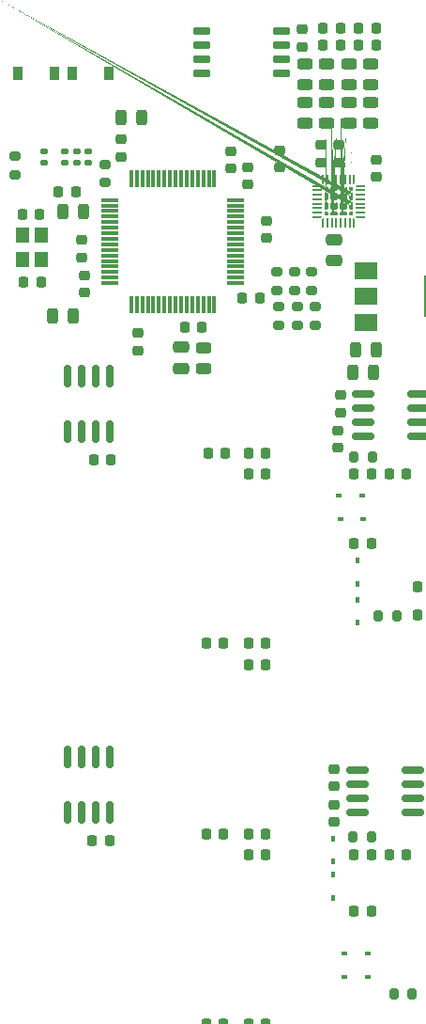
<source format=gbr>
G04 #@! TF.GenerationSoftware,KiCad,Pcbnew,6.0.6+dfsg-1*
G04 #@! TF.CreationDate,2022-08-11T10:33:23+02:00*
G04 #@! TF.ProjectId,demiurge,64656d69-7572-4676-952e-6b696361645f,F*
G04 #@! TF.SameCoordinates,Original*
G04 #@! TF.FileFunction,Paste,Top*
G04 #@! TF.FilePolarity,Positive*
%FSLAX46Y46*%
G04 Gerber Fmt 4.6, Leading zero omitted, Abs format (unit mm)*
G04 Created by KiCad (PCBNEW 6.0.6+dfsg-1) date 2022-08-11 10:33:23*
%MOMM*%
%LPD*%
G01*
G04 APERTURE LIST*
G04 Aperture macros list*
%AMRoundRect*
0 Rectangle with rounded corners*
0 $1 Rounding radius*
0 $2 $3 $4 $5 $6 $7 $8 $9 X,Y pos of 4 corners*
0 Add a 4 corners polygon primitive as box body*
4,1,4,$2,$3,$4,$5,$6,$7,$8,$9,$2,$3,0*
0 Add four circle primitives for the rounded corners*
1,1,$1+$1,$2,$3*
1,1,$1+$1,$4,$5*
1,1,$1+$1,$6,$7*
1,1,$1+$1,$8,$9*
0 Add four rect primitives between the rounded corners*
20,1,$1+$1,$2,$3,$4,$5,0*
20,1,$1+$1,$4,$5,$6,$7,0*
20,1,$1+$1,$6,$7,$8,$9,0*
20,1,$1+$1,$8,$9,$2,$3,0*%
%AMFreePoly0*
4,1,51,0.261329,0.186792,0.276492,0.186792,0.288760,0.177879,0.303181,0.173193,0.312094,0.160926,0.324361,0.152013,0.329047,0.137592,0.337960,0.125324,0.337960,0.110161,0.342646,0.095739,0.342646,0.002645,0.340259,-0.004702,0.341467,-0.012332,0.331288,-0.032309,0.324361,-0.053629,0.318113,-0.058169,0.314605,-0.065053,0.216219,-0.163437,0.209336,-0.166944,0.204796,-0.173193,
0.183473,-0.180121,0.163498,-0.190299,0.155869,-0.189091,0.148522,-0.191478,-0.148522,-0.191478,-0.155869,-0.189091,-0.163498,-0.190299,-0.183473,-0.180121,-0.204796,-0.173193,-0.209336,-0.166944,-0.216219,-0.163437,-0.314604,-0.065053,-0.318111,-0.058170,-0.324361,-0.053629,-0.331289,-0.032307,-0.341467,-0.012332,-0.340259,-0.004702,-0.342646,0.002645,-0.342646,0.095739,-0.337960,0.110161,
-0.337960,0.125324,-0.329047,0.137592,-0.324361,0.152013,-0.312094,0.160926,-0.303181,0.173193,-0.288760,0.177879,-0.276492,0.186792,-0.261329,0.186792,-0.246907,0.191478,0.246907,0.191478,0.261329,0.186792,0.261329,0.186792,$1*%
%AMFreePoly1*
4,1,48,0.110161,0.186792,0.125324,0.186792,0.137592,0.177879,0.152013,0.173193,0.160926,0.160926,0.173193,0.152013,0.177879,0.137592,0.186792,0.125324,0.186792,0.110161,0.191478,0.095739,0.191478,0.038978,0.189091,0.031631,0.190299,0.024002,0.180121,0.004027,0.173193,-0.017296,0.166944,-0.021836,0.163437,-0.028719,0.028720,-0.163437,0.021836,-0.166945,0.017296,-0.173193,
-0.004024,-0.180120,-0.024001,-0.190299,-0.031631,-0.189091,-0.038978,-0.191478,-0.095739,-0.191478,-0.110161,-0.186792,-0.125324,-0.186792,-0.137592,-0.177879,-0.152013,-0.173193,-0.160926,-0.160926,-0.173193,-0.152013,-0.177879,-0.137592,-0.186792,-0.125324,-0.186792,-0.110161,-0.191478,-0.095739,-0.191478,0.095739,-0.186792,0.110161,-0.186792,0.125324,-0.177879,0.137592,-0.173193,0.152013,
-0.160926,0.160926,-0.152013,0.173193,-0.137592,0.177879,-0.125324,0.186792,-0.110161,0.186792,-0.095739,0.191478,0.095739,0.191478,0.110161,0.186792,0.110161,0.186792,$1*%
%AMFreePoly2*
4,1,51,0.155869,0.189091,0.163498,0.190299,0.183473,0.180121,0.204796,0.173193,0.209336,0.166944,0.216219,0.163437,0.314605,0.065053,0.318113,0.058169,0.324361,0.053629,0.331288,0.032309,0.341467,0.012332,0.340259,0.004702,0.342646,-0.002645,0.342646,-0.095739,0.337960,-0.110161,0.337960,-0.125324,0.329047,-0.137592,0.324361,-0.152013,0.312094,-0.160926,0.303181,-0.173193,
0.288760,-0.177879,0.276492,-0.186792,0.261329,-0.186792,0.246907,-0.191478,-0.246907,-0.191478,-0.261329,-0.186792,-0.276492,-0.186792,-0.288760,-0.177879,-0.303181,-0.173193,-0.312094,-0.160926,-0.324361,-0.152013,-0.329047,-0.137592,-0.337960,-0.125324,-0.337960,-0.110161,-0.342646,-0.095739,-0.342646,-0.002645,-0.340259,0.004702,-0.341467,0.012332,-0.331289,0.032307,-0.324361,0.053629,
-0.318111,0.058170,-0.314604,0.065053,-0.216219,0.163437,-0.209336,0.166944,-0.204796,0.173193,-0.183473,0.180121,-0.163498,0.190299,-0.155869,0.189091,-0.148522,0.191478,0.148522,0.191478,0.155869,0.189091,0.155869,0.189091,$1*%
%AMFreePoly3*
4,1,57,0.195015,0.341746,0.197191,0.342329,0.200525,0.340774,0.218481,0.337608,0.232451,0.325886,0.248978,0.318179,0.318179,0.248978,0.321152,0.244733,0.323103,0.243606,0.324361,0.240149,0.334819,0.225214,0.336409,0.207049,0.342646,0.189911,0.342646,-0.189911,0.341746,-0.195015,0.342329,-0.197191,0.340774,-0.200525,0.337608,-0.218481,0.325886,-0.232451,0.318179,-0.248978,
0.248978,-0.318179,0.244733,-0.321152,0.243606,-0.323103,0.240149,-0.324361,0.225214,-0.334819,0.207049,-0.336409,0.189911,-0.342646,-0.189911,-0.342646,-0.195015,-0.341746,-0.197191,-0.342329,-0.200525,-0.340774,-0.218481,-0.337608,-0.232451,-0.325886,-0.248978,-0.318179,-0.318179,-0.248978,-0.321152,-0.244733,-0.323103,-0.243606,-0.324361,-0.240149,-0.334819,-0.225214,-0.336409,-0.207049,
-0.342646,-0.189911,-0.342646,0.189911,-0.341746,0.195015,-0.342329,0.197191,-0.340774,0.200525,-0.337608,0.218481,-0.325886,0.232451,-0.318179,0.248978,-0.248978,0.318179,-0.244733,0.321152,-0.243606,0.323103,-0.240149,0.324361,-0.225214,0.334819,-0.207049,0.336409,-0.189911,0.342646,0.189911,0.342646,0.195015,0.341746,0.195015,0.341746,$1*%
%AMFreePoly4*
4,1,51,0.110161,0.337960,0.125324,0.337960,0.137592,0.329047,0.152013,0.324361,0.160926,0.312094,0.173193,0.303181,0.177879,0.288760,0.186792,0.276492,0.186792,0.261329,0.191478,0.246907,0.191478,-0.246907,0.186792,-0.261329,0.186792,-0.276492,0.177879,-0.288760,0.173193,-0.303181,0.160926,-0.312094,0.152013,-0.324361,0.137592,-0.329047,0.125324,-0.337960,0.110161,-0.337960,
0.095739,-0.342646,0.002645,-0.342646,-0.004702,-0.340259,-0.012332,-0.341467,-0.032309,-0.331288,-0.053629,-0.324361,-0.058169,-0.318113,-0.065053,-0.314605,-0.163437,-0.216219,-0.166944,-0.209336,-0.173193,-0.204796,-0.180121,-0.183473,-0.190299,-0.163498,-0.189091,-0.155869,-0.191478,-0.148522,-0.191478,0.148522,-0.189091,0.155869,-0.190299,0.163498,-0.180121,0.183473,-0.173193,0.204796,
-0.166944,0.209336,-0.163437,0.216219,-0.065053,0.314605,-0.058169,0.318113,-0.053629,0.324361,-0.032309,0.331288,-0.012332,0.341467,-0.004702,0.340259,0.002645,0.342646,0.095739,0.342646,0.110161,0.337960,0.110161,0.337960,$1*%
%AMFreePoly5*
4,1,51,0.004702,0.340259,0.012332,0.341467,0.032307,0.331289,0.053629,0.324361,0.058170,0.318111,0.065053,0.314604,0.163437,0.216219,0.166944,0.209336,0.173193,0.204796,0.180121,0.183473,0.190299,0.163498,0.189091,0.155869,0.191478,0.148522,0.191478,-0.148522,0.189091,-0.155869,0.190299,-0.163498,0.180121,-0.183473,0.173193,-0.204796,0.166944,-0.209336,0.163437,-0.216219,
0.065053,-0.314604,0.058170,-0.318111,0.053629,-0.324361,0.032307,-0.331289,0.012332,-0.341467,0.004702,-0.340259,-0.002645,-0.342646,-0.095739,-0.342646,-0.110161,-0.337960,-0.125324,-0.337960,-0.137592,-0.329047,-0.152013,-0.324361,-0.160926,-0.312094,-0.173193,-0.303181,-0.177879,-0.288760,-0.186792,-0.276492,-0.186792,-0.261329,-0.191478,-0.246907,-0.191478,0.246907,-0.186792,0.261329,
-0.186792,0.276492,-0.177879,0.288760,-0.173193,0.303181,-0.160926,0.312094,-0.152013,0.324361,-0.137592,0.329047,-0.125324,0.337960,-0.110161,0.337960,-0.095739,0.342646,-0.002645,0.342646,0.004702,0.340259,0.004702,0.340259,$1*%
%AMFreePoly6*
4,1,48,-0.031631,0.189091,-0.024001,0.190299,-0.004024,0.180120,0.017296,0.173193,0.021836,0.166945,0.028720,0.163437,0.163437,0.028719,0.166944,0.021836,0.173193,0.017296,0.180121,-0.004027,0.190299,-0.024002,0.189091,-0.031631,0.191478,-0.038978,0.191478,-0.095739,0.186792,-0.110161,0.186792,-0.125324,0.177879,-0.137592,0.173193,-0.152013,0.160926,-0.160926,0.152013,-0.173193,
0.137592,-0.177879,0.125324,-0.186792,0.110161,-0.186792,0.095739,-0.191478,-0.095739,-0.191478,-0.110161,-0.186792,-0.125324,-0.186792,-0.137592,-0.177879,-0.152013,-0.173193,-0.160926,-0.160926,-0.173193,-0.152013,-0.177879,-0.137592,-0.186792,-0.125324,-0.186792,-0.110161,-0.191478,-0.095739,-0.191478,0.095739,-0.186792,0.110161,-0.186792,0.125324,-0.177879,0.137592,-0.173193,0.152013,
-0.160926,0.160926,-0.152013,0.173193,-0.137592,0.177879,-0.125324,0.186792,-0.110161,0.186792,-0.095739,0.191478,-0.038978,0.191478,-0.031631,0.189091,-0.031631,0.189091,$1*%
%AMFreePoly7*
4,1,48,0.110161,0.186792,0.125324,0.186792,0.137592,0.177879,0.152013,0.173193,0.160926,0.160926,0.173193,0.152013,0.177879,0.137592,0.186792,0.125324,0.186792,0.110161,0.191478,0.095739,0.191478,-0.095739,0.186792,-0.110161,0.186792,-0.125324,0.177879,-0.137592,0.173193,-0.152013,0.160926,-0.160926,0.152013,-0.173193,0.137592,-0.177879,0.125324,-0.186792,0.110161,-0.186792,
0.095739,-0.191478,-0.095739,-0.191478,-0.110161,-0.186792,-0.125324,-0.186792,-0.137592,-0.177879,-0.152013,-0.173193,-0.160926,-0.160926,-0.173193,-0.152013,-0.177879,-0.137592,-0.186792,-0.125324,-0.186792,-0.110161,-0.191478,-0.095739,-0.191478,-0.038978,-0.189091,-0.031631,-0.190299,-0.024001,-0.180120,-0.004024,-0.173193,0.017296,-0.166945,0.021836,-0.163437,0.028720,-0.028719,0.163437,
-0.021836,0.166944,-0.017296,0.173193,0.004027,0.180121,0.024002,0.190299,0.031631,0.189091,0.038978,0.191478,0.095739,0.191478,0.110161,0.186792,0.110161,0.186792,$1*%
%AMFreePoly8*
4,1,48,0.110161,0.186792,0.125324,0.186792,0.137592,0.177879,0.152013,0.173193,0.160926,0.160926,0.173193,0.152013,0.177879,0.137592,0.186792,0.125324,0.186792,0.110161,0.191478,0.095739,0.191478,-0.095739,0.186792,-0.110161,0.186792,-0.125324,0.177879,-0.137592,0.173193,-0.152013,0.160926,-0.160926,0.152013,-0.173193,0.137592,-0.177879,0.125324,-0.186792,0.110161,-0.186792,
0.095739,-0.191478,0.038978,-0.191478,0.031631,-0.189091,0.024002,-0.190299,0.004027,-0.180121,-0.017296,-0.173193,-0.021836,-0.166944,-0.028719,-0.163437,-0.163437,-0.028720,-0.166945,-0.021836,-0.173193,-0.017296,-0.180120,0.004024,-0.190299,0.024001,-0.189091,0.031631,-0.191478,0.038978,-0.191478,0.095739,-0.186792,0.110161,-0.186792,0.125324,-0.177879,0.137592,-0.173193,0.152013,
-0.160926,0.160926,-0.152013,0.173193,-0.137592,0.177879,-0.125324,0.186792,-0.110161,0.186792,-0.095739,0.191478,0.095739,0.191478,0.110161,0.186792,0.110161,0.186792,$1*%
%AMFreePoly9*
4,1,14,0.314644,0.085355,0.385355,0.014644,0.400000,-0.020711,0.400000,-0.050000,0.385355,-0.085355,0.350000,-0.100000,-0.350000,-0.100000,-0.385355,-0.085355,-0.400000,-0.050000,-0.400000,0.050000,-0.385355,0.085355,-0.350000,0.100000,0.279289,0.100000,0.314644,0.085355,0.314644,0.085355,$1*%
%AMFreePoly10*
4,1,14,0.385355,0.085355,0.400000,0.050000,0.400000,0.020711,0.385355,-0.014645,0.314644,-0.085355,0.279289,-0.100000,-0.350000,-0.100000,-0.385355,-0.085355,-0.400000,-0.050000,-0.400000,0.050000,-0.385355,0.085355,-0.350000,0.100000,0.350000,0.100000,0.385355,0.085355,0.385355,0.085355,$1*%
%AMFreePoly11*
4,1,14,0.085355,0.385355,0.100000,0.350000,0.100000,-0.350000,0.085355,-0.385355,0.050000,-0.400000,-0.050000,-0.400000,-0.085355,-0.385355,-0.100000,-0.350000,-0.100000,0.279289,-0.085355,0.314644,-0.014645,0.385355,0.020711,0.400000,0.050000,0.400000,0.085355,0.385355,0.085355,0.385355,$1*%
%AMFreePoly12*
4,1,14,0.014644,0.385355,0.085355,0.314644,0.100000,0.279289,0.100000,-0.350000,0.085355,-0.385355,0.050000,-0.400000,-0.050000,-0.400000,-0.085355,-0.385355,-0.100000,-0.350000,-0.100000,0.350000,-0.085355,0.385355,-0.050000,0.400000,-0.020711,0.400000,0.014644,0.385355,0.014644,0.385355,$1*%
%AMFreePoly13*
4,1,14,0.385355,0.085355,0.400000,0.050000,0.400000,-0.050000,0.385355,-0.085355,0.350000,-0.100000,-0.279289,-0.100000,-0.314645,-0.085355,-0.385355,-0.014644,-0.400000,0.020711,-0.400000,0.050000,-0.385355,0.085355,-0.350000,0.100000,0.350000,0.100000,0.385355,0.085355,0.385355,0.085355,$1*%
%AMFreePoly14*
4,1,14,0.385355,0.085355,0.400000,0.050000,0.400000,-0.050000,0.385355,-0.085355,0.350000,-0.100000,-0.350000,-0.100000,-0.385355,-0.085355,-0.400000,-0.050000,-0.400000,-0.020711,-0.385355,0.014644,-0.314645,0.085355,-0.279289,0.100000,0.350000,0.100000,0.385355,0.085355,0.385355,0.085355,$1*%
%AMFreePoly15*
4,1,14,0.085355,0.385355,0.100000,0.350000,0.100000,-0.279289,0.085355,-0.314645,0.014644,-0.385355,-0.020711,-0.400000,-0.050000,-0.400000,-0.085355,-0.385355,-0.100000,-0.350000,-0.100000,0.350000,-0.085355,0.385355,-0.050000,0.400000,0.050000,0.400000,0.085355,0.385355,0.085355,0.385355,$1*%
%AMFreePoly16*
4,1,14,0.085355,0.385355,0.100000,0.350000,0.100000,-0.350000,0.085355,-0.385355,0.050000,-0.400000,0.020711,-0.400000,-0.014645,-0.385355,-0.085355,-0.314644,-0.100000,-0.279289,-0.100000,0.350000,-0.085355,0.385355,-0.050000,0.400000,0.050000,0.400000,0.085355,0.385355,0.085355,0.385355,$1*%
G04 Aperture macros list end*
%ADD10RoundRect,0.218750X-0.256250X0.218750X-0.256250X-0.218750X0.256250X-0.218750X0.256250X0.218750X0*%
%ADD11RoundRect,0.218750X0.218750X0.256250X-0.218750X0.256250X-0.218750X-0.256250X0.218750X-0.256250X0*%
%ADD12RoundRect,0.218750X0.256250X-0.218750X0.256250X0.218750X-0.256250X0.218750X-0.256250X-0.218750X0*%
%ADD13R,2.000000X1.500000*%
%ADD14R,2.000000X3.800000*%
%ADD15RoundRect,0.218750X-0.218750X-0.256250X0.218750X-0.256250X0.218750X0.256250X-0.218750X0.256250X0*%
%ADD16RoundRect,0.150000X-0.825000X-0.150000X0.825000X-0.150000X0.825000X0.150000X-0.825000X0.150000X0*%
%ADD17RoundRect,0.243750X-0.456250X0.243750X-0.456250X-0.243750X0.456250X-0.243750X0.456250X0.243750X0*%
%ADD18RoundRect,0.243750X-0.243750X-0.456250X0.243750X-0.456250X0.243750X0.456250X-0.243750X0.456250X0*%
%ADD19RoundRect,0.243750X0.243750X0.456250X-0.243750X0.456250X-0.243750X-0.456250X0.243750X-0.456250X0*%
%ADD20R,0.650000X1.060000*%
%ADD21RoundRect,0.150000X-0.150000X0.825000X-0.150000X-0.825000X0.150000X-0.825000X0.150000X0.825000X0*%
%ADD22R,0.450000X0.700000*%
%ADD23RoundRect,0.075000X-0.700000X-0.075000X0.700000X-0.075000X0.700000X0.075000X-0.700000X0.075000X0*%
%ADD24RoundRect,0.075000X-0.075000X-0.700000X0.075000X-0.700000X0.075000X0.700000X-0.075000X0.700000X0*%
%ADD25FreePoly0,0.000000*%
%ADD26FreePoly1,0.000000*%
%ADD27FreePoly2,0.000000*%
%ADD28FreePoly3,0.000000*%
%ADD29FreePoly4,0.000000*%
%ADD30FreePoly5,0.000000*%
%ADD31FreePoly6,0.000000*%
%ADD32FreePoly7,0.000000*%
%ADD33FreePoly8,0.000000*%
%ADD34FreePoly9,0.000000*%
%ADD35RoundRect,0.050000X-0.350000X-0.050000X0.350000X-0.050000X0.350000X0.050000X-0.350000X0.050000X0*%
%ADD36FreePoly10,0.000000*%
%ADD37FreePoly11,0.000000*%
%ADD38RoundRect,0.050000X-0.050000X-0.350000X0.050000X-0.350000X0.050000X0.350000X-0.050000X0.350000X0*%
%ADD39FreePoly12,0.000000*%
%ADD40FreePoly13,0.000000*%
%ADD41FreePoly14,0.000000*%
%ADD42FreePoly15,0.000000*%
%ADD43FreePoly16,0.000000*%
%ADD44R,0.900000X1.200000*%
%ADD45RoundRect,0.147500X-0.172500X0.147500X-0.172500X-0.147500X0.172500X-0.147500X0.172500X0.147500X0*%
%ADD46R,1.200000X1.400000*%
%ADD47R,0.450000X0.600000*%
%ADD48RoundRect,0.225000X0.250000X-0.225000X0.250000X0.225000X-0.250000X0.225000X-0.250000X-0.225000X0*%
%ADD49RoundRect,0.225000X-0.250000X0.225000X-0.250000X-0.225000X0.250000X-0.225000X0.250000X0.225000X0*%
%ADD50RoundRect,0.200000X0.275000X-0.200000X0.275000X0.200000X-0.275000X0.200000X-0.275000X-0.200000X0*%
%ADD51RoundRect,0.200000X0.200000X0.275000X-0.200000X0.275000X-0.200000X-0.275000X0.200000X-0.275000X0*%
%ADD52RoundRect,0.225000X0.225000X0.250000X-0.225000X0.250000X-0.225000X-0.250000X0.225000X-0.250000X0*%
%ADD53RoundRect,0.150000X-0.650000X-0.150000X0.650000X-0.150000X0.650000X0.150000X-0.650000X0.150000X0*%
%ADD54RoundRect,0.200000X-0.200000X-0.275000X0.200000X-0.275000X0.200000X0.275000X-0.200000X0.275000X0*%
%ADD55R,0.600000X0.450000*%
%ADD56RoundRect,0.200000X-0.275000X0.200000X-0.275000X-0.200000X0.275000X-0.200000X0.275000X0.200000X0*%
%ADD57RoundRect,0.250000X0.475000X-0.250000X0.475000X0.250000X-0.475000X0.250000X-0.475000X-0.250000X0*%
%ADD58RoundRect,0.250000X-0.475000X0.250000X-0.475000X-0.250000X0.475000X-0.250000X0.475000X0.250000X0*%
G04 APERTURE END LIST*
D10*
X83439000Y-74142500D03*
X83439000Y-75717500D03*
D11*
X96190000Y-90170000D03*
X94615000Y-90170000D03*
X96037500Y-107315000D03*
X94462500Y-107315000D03*
X96037500Y-141605000D03*
X94462500Y-141605000D03*
X99847500Y-107315000D03*
X98272500Y-107315000D03*
X99847500Y-109220000D03*
X98272500Y-109220000D03*
X99847500Y-124460000D03*
X98272500Y-124460000D03*
X99847500Y-126365000D03*
X98272500Y-126365000D03*
X109372500Y-98300000D03*
X107797500Y-98300000D03*
X99847500Y-141605000D03*
X98272500Y-141605000D03*
X99847500Y-143510000D03*
X98272500Y-143510000D03*
D10*
X106553000Y-84937500D03*
X106553000Y-86512500D03*
D12*
X91440000Y-151282500D03*
X91440000Y-149707500D03*
X91440000Y-159537500D03*
X91440000Y-157962500D03*
D10*
X93345000Y-157962500D03*
X93345000Y-159537500D03*
X91440000Y-153517500D03*
X91440000Y-155092500D03*
D13*
X108864000Y-73773000D03*
D14*
X115164000Y-76073000D03*
D13*
X108864000Y-76073000D03*
X108864000Y-78373000D03*
D11*
X109772500Y-51876000D03*
X108197500Y-51876000D03*
X106587500Y-51876000D03*
X105012500Y-51876000D03*
D15*
X105012500Y-53400000D03*
X106587500Y-53400000D03*
X108197500Y-53400000D03*
X109772500Y-53400000D03*
D16*
X108125000Y-118745000D03*
X108125000Y-120015000D03*
X108125000Y-121285000D03*
X108125000Y-122555000D03*
X113075000Y-122555000D03*
X113075000Y-121285000D03*
X113075000Y-120015000D03*
X113075000Y-118745000D03*
D17*
X94234000Y-80662500D03*
X94234000Y-82537500D03*
D11*
X112547500Y-92075000D03*
X110972500Y-92075000D03*
D18*
X107901500Y-80899000D03*
X109776500Y-80899000D03*
D17*
X109290000Y-55142500D03*
X109290000Y-57017500D03*
X107315000Y-58600100D03*
X107315000Y-60475100D03*
X107310000Y-55142500D03*
X107310000Y-57017500D03*
X109296200Y-58600100D03*
X109296200Y-60475100D03*
X103352600Y-58600100D03*
X103352600Y-60475100D03*
D15*
X97688300Y-76225400D03*
X99263300Y-76225400D03*
D12*
X87630000Y-155092500D03*
X87630000Y-153517500D03*
X77724000Y-148107500D03*
X77724000Y-146532500D03*
D10*
X77724000Y-154152500D03*
X77724000Y-155727500D03*
D12*
X105410000Y-151282500D03*
X105410000Y-149707500D03*
X89535000Y-151282500D03*
X89535000Y-149707500D03*
D11*
X109372500Y-92075000D03*
X107797500Y-92075000D03*
X115087500Y-104775000D03*
X113512500Y-104775000D03*
X115087500Y-102235000D03*
X113512500Y-102235000D03*
X109372500Y-126365000D03*
X107797500Y-126365000D03*
D10*
X106000000Y-121812500D03*
X106000000Y-123387500D03*
X115200000Y-123512500D03*
X115200000Y-125087500D03*
X106000000Y-118612500D03*
X106000000Y-120187500D03*
X115200000Y-119912500D03*
X115200000Y-121487500D03*
D11*
X99847500Y-92075000D03*
X98272500Y-92075000D03*
X112547500Y-126365000D03*
X110972500Y-126365000D03*
X82702500Y-66675000D03*
X81127500Y-66675000D03*
X99847500Y-90170000D03*
X98272500Y-90170000D03*
D10*
X106300000Y-88112500D03*
X106300000Y-89687500D03*
D16*
X95950000Y-152400000D03*
X95950000Y-153670000D03*
X95950000Y-154940000D03*
X95950000Y-156210000D03*
X100900000Y-156210000D03*
X100900000Y-154940000D03*
X100900000Y-153670000D03*
X100900000Y-152400000D03*
D17*
X105333800Y-58600100D03*
X105333800Y-60475100D03*
X105340000Y-55142500D03*
X105340000Y-57017500D03*
D10*
X105410000Y-153517500D03*
X105410000Y-155092500D03*
X89535000Y-153517500D03*
X89535000Y-155092500D03*
D11*
X100482500Y-149860000D03*
X98907500Y-149860000D03*
D16*
X80075000Y-152400000D03*
X80075000Y-153670000D03*
X80075000Y-154940000D03*
X80075000Y-156210000D03*
X85025000Y-156210000D03*
X85025000Y-154940000D03*
X85025000Y-153670000D03*
X85025000Y-152400000D03*
D18*
X107647500Y-82931000D03*
X109522500Y-82931000D03*
X80596500Y-77825600D03*
X82471500Y-77825600D03*
D11*
X96037500Y-124460000D03*
X94462500Y-124460000D03*
D18*
X86743300Y-59969400D03*
X88618300Y-59969400D03*
D19*
X83360500Y-68453000D03*
X81485500Y-68453000D03*
D12*
X84150000Y-159537500D03*
X84150000Y-157962500D03*
X99060000Y-159537500D03*
X99060000Y-157962500D03*
X103505000Y-155092500D03*
X103505000Y-153517500D03*
D16*
X108650000Y-84836000D03*
X108650000Y-86106000D03*
X108650000Y-87376000D03*
X108650000Y-88646000D03*
X113600000Y-88646000D03*
X113600000Y-87376000D03*
X113600000Y-86106000D03*
X113600000Y-84836000D03*
D17*
X103350000Y-55142500D03*
X103350000Y-57017500D03*
D11*
X109372500Y-131445000D03*
X107797500Y-131445000D03*
D20*
X110805000Y-152570000D03*
X109855000Y-152570000D03*
X108905000Y-152570000D03*
X108905000Y-154770000D03*
X109855000Y-154770000D03*
X110805000Y-154770000D03*
D21*
X85725000Y-117540000D03*
X84455000Y-117540000D03*
X83185000Y-117540000D03*
X81915000Y-117540000D03*
X81915000Y-122490000D03*
X83185000Y-122490000D03*
X84455000Y-122490000D03*
X85725000Y-122490000D03*
D11*
X85877500Y-90805000D03*
X84302500Y-90805000D03*
X85725000Y-125095000D03*
X84150000Y-125095000D03*
D10*
X77724000Y-157962500D03*
X77724000Y-159537500D03*
X79375000Y-157962500D03*
X79375000Y-159537500D03*
D12*
X108585000Y-159537500D03*
X108585000Y-157962500D03*
D22*
X114315000Y-152670000D03*
X113015000Y-152670000D03*
X113665000Y-154670000D03*
D11*
X85242500Y-149860000D03*
X83667500Y-149860000D03*
D23*
X85765000Y-67370000D03*
X85765000Y-67870000D03*
X85765000Y-68370000D03*
X85765000Y-68870000D03*
X85765000Y-69370000D03*
X85765000Y-69870000D03*
X85765000Y-70370000D03*
X85765000Y-70870000D03*
X85765000Y-71370000D03*
X85765000Y-71870000D03*
X85765000Y-72370000D03*
X85765000Y-72870000D03*
X85765000Y-73370000D03*
X85765000Y-73870000D03*
X85765000Y-74370000D03*
X85765000Y-74870000D03*
D24*
X87690000Y-76795000D03*
X88190000Y-76795000D03*
X88690000Y-76795000D03*
X89190000Y-76795000D03*
X89690000Y-76795000D03*
X90190000Y-76795000D03*
X90690000Y-76795000D03*
X91190000Y-76795000D03*
X91690000Y-76795000D03*
X92190000Y-76795000D03*
X92690000Y-76795000D03*
X93190000Y-76795000D03*
X93690000Y-76795000D03*
X94190000Y-76795000D03*
X94690000Y-76795000D03*
X95190000Y-76795000D03*
D23*
X97115000Y-74870000D03*
X97115000Y-74370000D03*
X97115000Y-73870000D03*
X97115000Y-73370000D03*
X97115000Y-72870000D03*
X97115000Y-72370000D03*
X97115000Y-71870000D03*
X97115000Y-71370000D03*
X97115000Y-70870000D03*
X97115000Y-70370000D03*
X97115000Y-69870000D03*
X97115000Y-69370000D03*
X97115000Y-68870000D03*
X97115000Y-68370000D03*
X97115000Y-67870000D03*
X97115000Y-67370000D03*
D24*
X95190000Y-65445000D03*
X94690000Y-65445000D03*
X94190000Y-65445000D03*
X93690000Y-65445000D03*
X93190000Y-65445000D03*
X92690000Y-65445000D03*
X92190000Y-65445000D03*
X91690000Y-65445000D03*
X91190000Y-65445000D03*
X90690000Y-65445000D03*
X90190000Y-65445000D03*
X89690000Y-65445000D03*
X89190000Y-65445000D03*
X88690000Y-65445000D03*
X88190000Y-65445000D03*
X87690000Y-65445000D03*
D25*
X106825000Y-66412500D03*
D26*
X105312500Y-66412500D03*
D27*
X106825000Y-68587500D03*
D28*
X106825000Y-67075000D03*
D29*
X107487500Y-67925000D03*
D28*
X105975000Y-67075000D03*
D30*
X105312500Y-67925000D03*
D25*
X105975000Y-66412500D03*
D28*
X106825000Y-67925000D03*
D30*
X105312500Y-67075000D03*
D31*
X105312500Y-68587500D03*
D27*
X105975000Y-68587500D03*
D32*
X107487500Y-68587500D03*
D29*
X107487500Y-67075000D03*
D33*
X107487500Y-66412500D03*
D28*
X105975000Y-67925000D03*
D34*
X104450000Y-66100000D03*
D35*
X104450000Y-66500000D03*
X104450000Y-66900000D03*
X104450000Y-67300000D03*
X104450000Y-67700000D03*
X104450000Y-68100000D03*
X104450000Y-68500000D03*
D36*
X104450000Y-68900000D03*
D37*
X105000000Y-69450000D03*
D38*
X105400000Y-69450000D03*
X105800000Y-69450000D03*
X106200000Y-69450000D03*
X106600000Y-69450000D03*
X107000000Y-69450000D03*
X107400000Y-69450000D03*
D39*
X107800000Y-69450000D03*
D40*
X108350000Y-68900000D03*
D35*
X108350000Y-68500000D03*
X108350000Y-68100000D03*
X108350000Y-67700000D03*
X108350000Y-67300000D03*
X108350000Y-66900000D03*
X108350000Y-66500000D03*
D41*
X108350000Y-66100000D03*
D42*
X107800000Y-65550000D03*
D38*
X107400000Y-65550000D03*
X107000000Y-65550000D03*
X106600000Y-65550000D03*
X106200000Y-65550000D03*
X105800000Y-65550000D03*
X105400000Y-65550000D03*
D43*
X105000000Y-65550000D03*
D21*
X85725000Y-83250000D03*
X84455000Y-83250000D03*
X83185000Y-83250000D03*
X81915000Y-83250000D03*
X81915000Y-88200000D03*
X83185000Y-88200000D03*
X84455000Y-88200000D03*
X85725000Y-88200000D03*
D10*
X88265000Y-79349500D03*
X88265000Y-80924500D03*
X83185000Y-70967500D03*
X83185000Y-72542500D03*
D44*
X85650000Y-56000000D03*
X82350000Y-56000000D03*
D45*
X82750000Y-63015000D03*
X82750000Y-63985000D03*
X81700000Y-63015000D03*
X81700000Y-63985000D03*
X83820000Y-63015000D03*
X83820000Y-63985000D03*
X79800000Y-63015000D03*
X79800000Y-63985000D03*
D15*
X77870089Y-68669011D03*
X79445089Y-68669011D03*
X77971689Y-74739611D03*
X79546689Y-74739611D03*
D46*
X77883789Y-70566211D03*
X77883789Y-72766211D03*
X79583789Y-72766211D03*
X79583789Y-70566211D03*
D47*
X108100000Y-99850000D03*
X108100000Y-101950000D03*
D48*
X98200000Y-65975000D03*
X98200000Y-64425000D03*
D49*
X104800000Y-62425000D03*
X104800000Y-63975000D03*
D50*
X102700000Y-78625000D03*
X102700000Y-76975000D03*
D51*
X113025000Y-138900000D03*
X111375000Y-138900000D03*
D52*
X94075000Y-78800000D03*
X92525000Y-78800000D03*
D47*
X105900000Y-130250000D03*
X105900000Y-128150000D03*
D51*
X111625000Y-104800000D03*
X109975000Y-104800000D03*
D48*
X109800000Y-65275000D03*
X109800000Y-63725000D03*
D53*
X94090000Y-52165000D03*
X94090000Y-53435000D03*
X94090000Y-54705000D03*
X94090000Y-55975000D03*
X101290000Y-55975000D03*
X101290000Y-54705000D03*
X101290000Y-53435000D03*
X101290000Y-52165000D03*
D54*
X107700000Y-124700000D03*
X109350000Y-124700000D03*
D55*
X109050000Y-137300000D03*
X106950000Y-137300000D03*
D56*
X85300000Y-64173600D03*
X85300000Y-65823600D03*
D49*
X101041200Y-62877400D03*
X101041200Y-64427400D03*
D50*
X100800000Y-75525000D03*
X100800000Y-73875000D03*
X102400000Y-75525000D03*
X102400000Y-73875000D03*
D48*
X106400000Y-63975000D03*
X106400000Y-62425000D03*
D57*
X106000000Y-72850000D03*
X106000000Y-70950000D03*
D48*
X86800000Y-63475000D03*
X86800000Y-61925000D03*
X96700000Y-64554400D03*
X96700000Y-63004400D03*
D50*
X104300000Y-78625000D03*
X104300000Y-76975000D03*
X101000000Y-78625000D03*
X101000000Y-76975000D03*
D55*
X106450000Y-94000000D03*
X108550000Y-94000000D03*
D54*
X107775000Y-90500000D03*
X109425000Y-90500000D03*
D50*
X77241400Y-65112400D03*
X77241400Y-63462400D03*
D47*
X105900000Y-124850000D03*
X105900000Y-126950000D03*
D49*
X103100000Y-52025000D03*
X103100000Y-53575000D03*
D50*
X104000000Y-75525000D03*
X104000000Y-73875000D03*
D47*
X108100000Y-105450000D03*
X108100000Y-103350000D03*
D49*
X99900000Y-69225000D03*
X99900000Y-70775000D03*
D44*
X80750000Y-56000000D03*
X77450000Y-56000000D03*
D55*
X106550000Y-96100000D03*
X108650000Y-96100000D03*
D58*
X92200000Y-80650000D03*
X92200000Y-82550000D03*
D55*
X109050000Y-135200000D03*
X106950000Y-135200000D03*
M02*

</source>
